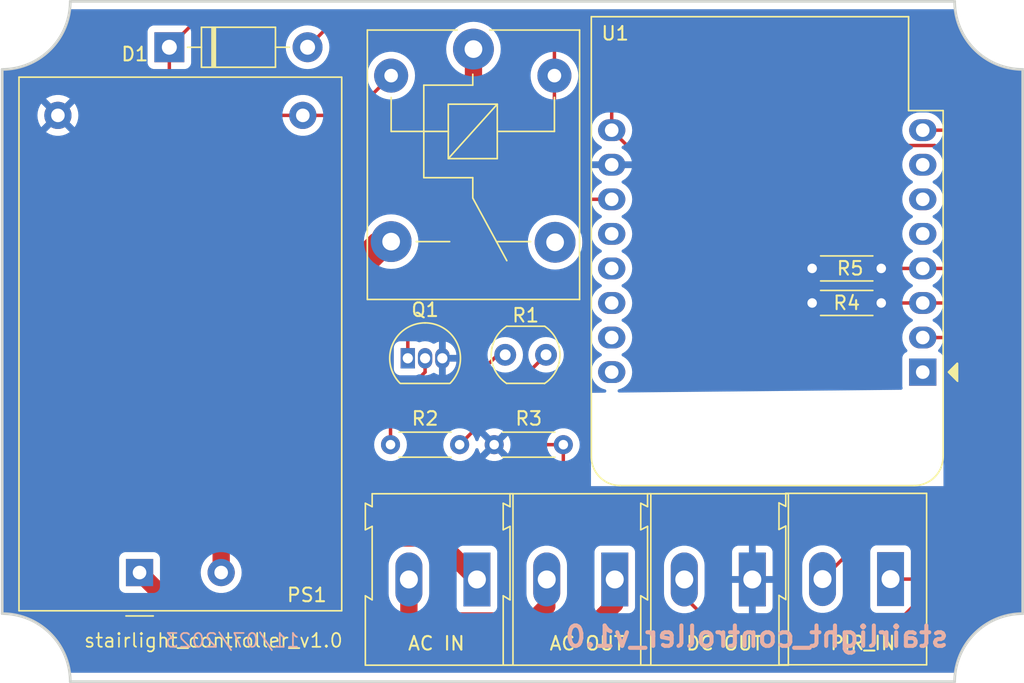
<source format=kicad_pcb>
(kicad_pcb (version 20221018) (generator pcbnew)
  (layers (0 "F.Cu" signal) (31 "B.Cu" signal) (34 "B.Paste" user) (35 "F.Paste" user) (36 "B.SilkS" user "B.Silkscreen") (37 "F.SilkS" user "F.Silkscreen") (38 "B.Mask" user) (39 "F.Mask" user) (44 "Edge.Cuts" user))
  (net 0 "")
  (net 1 "Net-(D1-K)")
  (net 2 "Net-(D1-A)")
  (net 3 "Net-(J1-Pin_1)")
  (net 4 "Net-(J1-Pin_2)")
  (net 5 "Net-(J2-Pin_1)")
  (net 6 "GND")
  (net 7 "Net-(J4-Pin_1)")
  (net 8 "Net-(J4-Pin_2)")
  (net 10 "Net-(Q1-B)")
  (net 11 "Net-(U1-3V3)")
  (net 12 "Net-(U1-A0)")
  (net 13 "Net-(U1-SDA{slash}D2)")
  (footprint "Resistor_THT:R_Axial_DIN0204_L3.6mm_D1.6mm_P5.08mm_Horizontal" (layer "F.Cu") (at 81.026 42.418)
    (fp_text reference "R4" (at 2.54 0) (layer "F.SilkS"))
    (fp_text value "10K")
    (fp_line (start 0.62 -0.92) (end 4.46 -0.92) (stroke (width 0.12)) (layer "F.SilkS"))
    (fp_line (start 0.62 0.92) (end 4.46 0.92) (stroke (width 0.12)) (layer "F.SilkS"))
    (pad "1" thru_hole circle (at 0 0) (size 1.4 1.4) (drill 0.7) (layers "*.Cu" "*.Mask") (net 6 "GND"))
    (pad "2" thru_hole oval (at 5.08 0) (size 1.4 1.4) (drill 0.7) (layers "*.Cu" "*.Mask") (net 8 "Net-(J4-Pin_2)"))
  )
  (footprint "Resistor_THT:R_Axial_DIN0204_L3.6mm_D1.6mm_P5.08mm_Horizontal" (layer "F.Cu") (at 50.038 52.832)
    (fp_text reference "R2" (at 2.54 -1.92) (layer "F.SilkS"))
    (fp_text value "1K")
    (fp_line (start 0.62 -0.92) (end 4.46 -0.92) (stroke (width 0.12)) (layer "F.SilkS"))
    (fp_line (start 0.62 0.92) (end 4.46 0.92) (stroke (width 0.12)) (layer "F.SilkS"))
    (pad "1" thru_hole circle (at 0 0) (size 1.4 1.4) (drill 0.7) (layers "*.Cu" "*.Mask") (net 10 "Net-(Q1-B)"))
    (pad "2" thru_hole oval (at 5.08 0) (size 1.4 1.4) (drill 0.7) (layers "*.Cu" "*.Mask") (net 13 "Net-(U1-SDA{slash}D2)"))
  )
  (footprint "Resistor_THT:R_Axial_DIN0204_L3.6mm_D1.6mm_P5.08mm_Horizontal" (layer "F.Cu") (at 81.026 39.878)
    (fp_text reference "R5" (at 2.794 0) (layer "F.SilkS"))
    (fp_text value "10K")
    (fp_line (start 0.62 -0.92) (end 4.46 -0.92) (stroke (width 0.12)) (layer "F.SilkS"))
    (fp_line (start 0.62 0.92) (end 4.46 0.92) (stroke (width 0.12)) (layer "F.SilkS"))
    (pad "1" thru_hole circle (at 0 0) (size 1.4 1.4) (drill 0.7) (layers "*.Cu" "*.Mask") (net 6 "GND"))
    (pad "2" thru_hole oval (at 5.08 0) (size 1.4 1.4) (drill 0.7) (layers "*.Cu" "*.Mask") (net 7 "Net-(J4-Pin_1)"))
  )
  (footprint "TerminalBlock:TerminalBlock_Altech_AK300-2_P5.00mm" (layer "F.Cu") (at 56.388 62.738 180)
    (fp_text reference "J1" hide)
    (fp_text value "AC IN" (at 2.98 -4.7) (layer "F.SilkS"))
    (fp_line (start -2.65 -6.3) (end -2.65 6.3) (stroke (width 0.12)) (layer "F.SilkS"))
    (fp_line (start -2.65 6.3) (end 7.7 6.3) (stroke (width 0.12)) (layer "F.SilkS"))
    (fp_line (start 7.7 -1.5) (end 8.2 -1.2) (stroke (width 0.12)) (layer "F.SilkS"))
    (fp_line (start 7.7 3.9) (end 7.7 -1.5) (stroke (width 0.12)) (layer "F.SilkS"))
    (fp_line (start 7.7 5.35) (end 8.2 5.6) (stroke (width 0.12)) (layer "F.SilkS"))
    (fp_line (start 7.7 6.3) (end 7.7 5.35) (stroke (width 0.12)) (layer "F.SilkS"))
    (fp_line (start 8.2 -6.3) (end -2.65 -6.3) (stroke (width 0.12)) (layer "F.SilkS"))
    (fp_line (start 8.2 -1.2) (end 8.2 -6.3) (stroke (width 0.12)) (layer "F.SilkS"))
    (fp_line (start 8.2 3.65) (end 7.7 3.9) (stroke (width 0.12)) (layer "F.SilkS"))
    (fp_line (start 8.2 3.7) (end 8.2 3.65) (stroke (width 0.12)) (layer "F.SilkS"))
    (fp_line (start 8.2 5.6) (end 8.2 3.7) (stroke (width 0.12)) (layer "F.SilkS"))
    (pad "1" thru_hole rect (at 0 0 180) (size 1.98 3.96) (drill 1.32) (layers "*.Cu" "*.Mask") (net 3 "Net-(J1-Pin_1)"))
    (pad "2" thru_hole oval (at 5 0 180) (size 1.98 3.96) (drill 1.32) (layers "*.Cu" "*.Mask") (net 4 "Net-(J1-Pin_2)"))
  )
  (footprint "Relay_THT:Relay_SPDT_SANYOU_SRD_Series_Form_C" (layer "F.Cu") (at 56.134 23.758 -90)
    (fp_text reference "K1" hide)
    (fp_text value "Relay")
    (fp_line (start -1.4 -7.8) (end -1.4 -1.2) (stroke (width 0.12)) (layer "F.SilkS"))
    (fp_line (start -1.4 -7.8) (end 18.4 -7.8) (stroke (width 0.12)) (layer "F.SilkS"))
    (fp_line (start -1.4 1.2) (end -1.4 7.8) (stroke (width 0.12)) (layer "F.SilkS"))
    (fp_line (start 2.65 0.05) (end 1.85 0.05) (stroke (width 0.12)) (layer "F.SilkS"))
    (fp_line (start 2.65 0.05) (end 2.65 3.65) (stroke (width 0.12)) (layer "F.SilkS"))
    (fp_line (start 3.55 6.05) (end 6.05 6.05) (stroke (width 0.12)) (layer "F.SilkS"))
    (fp_line (start 4.05 -1.75) (end 8.05 -1.75) (stroke (width 0.12)) (layer "F.SilkS"))
    (fp_line (start 4.05 1.85) (end 4.05 -1.75) (stroke (width 0.12)) (layer "F.SilkS"))
    (fp_line (start 6.05 -5.95) (end 3.55 -5.95) (stroke (width 0.12)) (layer "F.SilkS"))
    (fp_line (start 6.05 -5.95) (end 6.05 -1.75) (stroke (width 0.12)) (layer "F.SilkS"))
    (fp_line (start 6.05 1.85) (end 6.05 6.05) (stroke (width 0.12)) (layer "F.SilkS"))
    (fp_line (start 8.05 -1.75) (end 8.05 1.85) (stroke (width 0.12)) (layer "F.SilkS"))
    (fp_line (start 8.05 1.85) (end 4.05 -1.75) (stroke (width 0.12)) (layer "F.SilkS"))
    (fp_line (start 8.05 1.85) (end 4.05 1.85) (stroke (width 0.12)) (layer "F.SilkS"))
    (fp_line (start 9.45 0.05) (end 9.45 3.65) (stroke (width 0.12)) (layer "F.SilkS"))
    (fp_line (start 9.45 0.05) (end 10.95 0.05) (stroke (width 0.12)) (layer "F.SilkS"))
    (fp_line (start 9.45 3.65) (end 2.65 3.65) (stroke (width 0.12)) (layer "F.SilkS"))
    (fp_line (start 10.95 0.05) (end 15.55 -2.45) (stroke (width 0.12)) (layer "F.SilkS"))
    (fp_line (start 14.15 -4.2) (end 14.15 -1.7) (stroke (width 0.12)) (layer "F.SilkS"))
    (fp_line (start 14.15 4.2) (end 14.15 1.75) (stroke (width 0.12)) (layer "F.SilkS"))
    (fp_line (start 18.4 -7.8) (end 18.4 7.8) (stroke (width 0.12)) (layer "F.SilkS"))
    (fp_line (start 18.4 7.8) (end -1.4 7.8) (stroke (width 0.12)) (layer "F.SilkS"))
    (pad "1" thru_hole circle (at 0 0) (size 3 3) (drill 1.3) (layers "*.Cu" "*.Mask") (net 5 "Net-(J2-Pin_1)"))
    (pad "2" thru_hole circle (at 1.95 6.05) (size 2.5 2.5) (drill 1) (layers "*.Cu" "*.Mask") (net 1 "Net-(D1-K)"))
    (pad "3" thru_hole circle (at 14.15 6.05) (size 3 3) (drill 1.3) (layers "*.Cu" "*.Mask") (net 3 "Net-(J1-Pin_1)"))
    (pad "4" thru_hole circle (at 14.2 -6) (size 3 3) (drill 1.3) (layers "*.Cu" "*.Mask"))
    (pad "5" thru_hole circle (at 1.95 -5.95) (size 2.5 2.5) (drill 1) (layers "*.Cu" "*.Mask") (net 2 "Net-(D1-A)"))
  )
  (footprint "TerminalBlock:TerminalBlock_Altech_AK300-2_P5.00mm" (layer "F.Cu") (at 66.5188 62.738 180)
    (fp_text reference "J2" hide)
    (fp_text value "AC OUT" (at 2.04 -4.7) (layer "F.SilkS"))
    (fp_line (start -2.65 -6.3) (end -2.65 6.3) (stroke (width 0.12)) (layer "F.SilkS"))
    (fp_line (start -2.65 6.3) (end 7.7 6.3) (stroke (width 0.12)) (layer "F.SilkS"))
    (fp_line (start 7.7 -1.5) (end 8.2 -1.2) (stroke (width 0.12)) (layer "F.SilkS"))
    (fp_line (start 7.7 3.9) (end 7.7 -1.5) (stroke (width 0.12)) (layer "F.SilkS"))
    (fp_line (start 7.7 5.35) (end 8.2 5.6) (stroke (width 0.12)) (layer "F.SilkS"))
    (fp_line (start 7.7 6.3) (end 7.7 5.35) (stroke (width 0.12)) (layer "F.SilkS"))
    (fp_line (start 8.2 -6.3) (end -2.65 -6.3) (stroke (width 0.12)) (layer "F.SilkS"))
    (fp_line (start 8.2 -1.2) (end 8.2 -6.3) (stroke (width 0.12)) (layer "F.SilkS"))
    (fp_line (start 8.2 3.65) (end 7.7 3.9) (stroke (width 0.12)) (layer "F.SilkS"))
    (fp_line (start 8.2 3.7) (end 8.2 3.65) (stroke (width 0.12)) (layer "F.SilkS"))
    (fp_line (start 8.2 5.6) (end 8.2 3.7) (stroke (width 0.12)) (layer "F.SilkS"))
    (pad "1" thru_hole rect (at 0 0 180) (size 1.98 3.96) (drill 1.32) (layers "*.Cu" "*.Mask") (net 5 "Net-(J2-Pin_1)"))
    (pad "2" thru_hole oval (at 5 0 180) (size 1.98 3.96) (drill 1.32) (layers "*.Cu" "*.Mask") (net 4 "Net-(J1-Pin_2)"))
  )
  (footprint "Converter_ACDC:Converter_ACDC_HiLink_HLK-5Mxx" (layer "F.Cu") (at 31.592 62.23 90)
    (fp_text reference "PS1" (at -1.6509 12.2964) (layer "F.SilkS"))
    (fp_text value "HLK-5M05")
    (fp_line (start -3.19 -1) (end -3.19 1.01) (stroke (width 0.12)) (layer "F.SilkS"))
    (fp_line (start -2.81 -8.86) (end -2.81 14.86) (stroke (width 0.12)) (layer "F.SilkS"))
    (fp_line (start -2.8 14.86) (end 36.41 14.86) (stroke (width 0.12)) (layer "F.SilkS"))
    (fp_line (start 36.41 -8.86) (end -2.8 -8.86) (stroke (width 0.12)) (layer "F.SilkS"))
    (fp_line (start 36.41 14.86) (end 36.41 -8.86) (stroke (width 0.12)) (layer "F.SilkS"))
    (pad "1" thru_hole rect (at 0 0 90) (size 2 2) (drill 1) (layers "*.Cu" "*.Mask") (net 4 "Net-(J1-Pin_2)"))
    (pad "2" thru_hole circle (at 0 6 90) (size 2 2) (drill 1) (layers "*.Cu" "*.Mask") (net 3 "Net-(J1-Pin_1)"))
    (pad "3" thru_hole circle (at 33.6 -6 90) (size 2 2) (drill 1) (layers "*.Cu" "*.Mask") (net 6 "GND"))
    (pad "4" thru_hole circle (at 33.6 12 90) (size 2 2) (drill 1) (layers "*.Cu" "*.Mask") (net 1 "Net-(D1-K)"))
  )
  (footprint "Diode_THT:D_DO-41_SOD81_P10.16mm_Horizontal" (layer "F.Cu") (at 33.782 23.622)
    (fp_text reference "D1" (at -2.54 0.508) (layer "F.SilkS"))
    (fp_text value "1N4007")
    (fp_line (start 1.34 0) (end 2.36 0) (stroke (width 0.12)) (layer "F.SilkS"))
    (fp_line (start 2.36 -1.47) (end 2.36 1.47) (stroke (width 0.12)) (layer "F.SilkS"))
    (fp_line (start 2.36 1.47) (end 7.8 1.47) (stroke (width 0.12)) (layer "F.SilkS"))
    (fp_line (start 3.14 -1.47) (end 3.14 1.47) (stroke (width 0.12)) (layer "F.SilkS"))
    (fp_line (start 3.26 -1.47) (end 3.26 1.47) (stroke (width 0.12)) (layer "F.SilkS"))
    (fp_line (start 3.38 -1.47) (end 3.38 1.47) (stroke (width 0.12)) (layer "F.SilkS"))
    (fp_line (start 7.8 -1.47) (end 2.36 -1.47) (stroke (width 0.12)) (layer "F.SilkS"))
    (fp_line (start 7.8 1.47) (end 7.8 -1.47) (stroke (width 0.12)) (layer "F.SilkS"))
    (fp_line (start 8.82 0) (end 7.8 0) (stroke (width 0.12)) (layer "F.SilkS"))
    (pad "1" thru_hole rect (at 0 0) (size 2.2 2.2) (drill 1.1) (layers "*.Cu" "*.Mask") (net 1 "Net-(D1-K)"))
    (pad "2" thru_hole oval (at 10.16 0) (size 2.2 2.2) (drill 1.1) (layers "*.Cu" "*.Mask") (net 2 "Net-(D1-A)"))
  )
  (footprint "TerminalBlock:TerminalBlock_Altech_AK300-2_P5.00mm" (layer "F.Cu") (at 86.788 62.7126 180)
    (fp_text reference "J4" hide)
    (fp_text value "PIR_IN" (at 2.04 -4.7) (layer "F.SilkS"))
    (fp_line (start -2.65 -6.3) (end -2.65 6.3) (stroke (width 0.12)) (layer "F.SilkS"))
    (fp_line (start -2.65 6.3) (end 7.7 6.3) (stroke (width 0.12)) (layer "F.SilkS"))
    (fp_line (start 7.7 -1.5) (end 8.2 -1.2) (stroke (width 0.12)) (layer "F.SilkS"))
    (fp_line (start 7.7 3.9) (end 7.7 -1.5) (stroke (width 0.12)) (layer "F.SilkS"))
    (fp_line (start 7.7 5.35) (end 8.2 5.6) (stroke (width 0.12)) (layer "F.SilkS"))
    (fp_line (start 7.7 6.3) (end 7.7 5.35) (stroke (width 0.12)) (layer "F.SilkS"))
    (fp_line (start 8.2 -6.3) (end -2.65 -6.3) (stroke (width 0.12)) (layer "F.SilkS"))
    (fp_line (start 8.2 -1.2) (end 8.2 -6.3) (stroke (width 0.12)) (layer "F.SilkS"))
    (fp_line (start 8.2 3.65) (end 7.7 3.9) (stroke (width 0.12)) (layer "F.SilkS"))
    (fp_line (start 8.2 3.7) (end 8.2 3.65) (stroke (width 0.12)) (layer "F.SilkS"))
    (fp_line (start 8.2 5.6) (end 8.2 3.7) (stroke (width 0.12)) (layer "F.SilkS"))
    (pad "1" thru_hole rect (at 0 0 180) (size 1.98 3.96) (drill 1.32) (layers "*.Cu" "*.Mask") (net 7 "Net-(J4-Pin_1)"))
    (pad "2" thru_hole oval (at 5 0 180) (size 1.98 3.96) (drill 1.32) (layers "*.Cu" "*.Mask") (net 8 "Net-(J4-Pin_2)"))
  )
  (footprint "Resistor_THT:R_Axial_DIN0204_L3.6mm_D1.6mm_P5.08mm_Horizontal" (layer "F.Cu") (at 57.658 52.832)
    (fp_text reference "R3" (at 2.54 -1.92) (layer "F.SilkS"))
    (fp_text value "1K")
    (fp_line (start 0.62 -0.92) (end 4.46 -0.92) (stroke (width 0.12)) (layer "F.SilkS"))
    (fp_line (start 0.62 0.92) (end 4.46 0.92) (stroke (width 0.12)) (layer "F.SilkS"))
    (pad "1" thru_hole circle (at 0 0) (size 1.4 1.4) (drill 0.7) (layers "*.Cu" "*.Mask") (net 6 "GND"))
    (pad "2" thru_hole oval (at 5.08 0) (size 1.4 1.4) (drill 0.7) (layers "*.Cu" "*.Mask") (net 12 "Net-(U1-A0)"))
  )
  (footprint "Package_TO_SOT_THT:TO-92_Inline" (layer "F.Cu") (at 51.308 46.482)
    (fp_text reference "Q1" (at 1.27 -3.56) (layer "F.SilkS"))
    (fp_text value "BC547")
    (fp_line (start -0.53 1.85) (end 3.07 1.85) (stroke (width 0.12)) (layer "F.SilkS"))
    (fp_arc (start -0.568478 1.838478) (mid -1.132087 -0.994977) (end 1.27 -2.6) (stroke (width 0.12)) (layer "F.SilkS"))
    (fp_arc (start 1.27 -2.6) (mid 3.672087 -0.994977) (end 3.108478 1.838478) (stroke (width 0.12)) (layer "F.SilkS"))
    (pad "1" thru_hole rect (at 0 0) (size 1.05 1.5) (drill 0.75) (layers "*.Cu" "*.Mask") (net 2 "Net-(D1-A)"))
    (pad "2" thru_hole oval (at 1.27 0) (size 1.05 1.5) (drill 0.75) (layers "*.Cu" "*.Mask") (net 10 "Net-(Q1-B)"))
    (pad "3" thru_hole oval (at 2.54 0) (size 1.05 1.5) (drill 0.75) (layers "*.Cu" "*.Mask") (net 6 "GND"))
  )
  (footprint "TerminalBlock:TerminalBlock_Altech_AK300-2_P5.00mm" (layer "F.Cu") (at 76.6282 62.738 180)
    (fp_text reference "J3" hide)
    (fp_text value "DC OUT" (at 2.04 -4.7) (layer "F.SilkS"))
    (fp_line (start -2.65 -6.3) (end -2.65 6.3) (stroke (width 0.12)) (layer "F.SilkS"))
    (fp_line (start -2.65 6.3) (end 7.7 6.3) (stroke (width 0.12)) (layer "F.SilkS"))
    (fp_line (start 7.7 -1.5) (end 8.2 -1.2) (stroke (width 0.12)) (layer "F.SilkS"))
    (fp_line (start 7.7 3.9) (end 7.7 -1.5) (stroke (width 0.12)) (layer "F.SilkS"))
    (fp_line (start 7.7 5.35) (end 8.2 5.6) (stroke (width 0.12)) (layer "F.SilkS"))
    (fp_line (start 7.7 6.3) (end 7.7 5.35) (stroke (width 0.12)) (layer "F.SilkS"))
    (fp_line (start 8.2 -6.3) (end -2.65 -6.3) (stroke (width 0.12)) (layer "F.SilkS"))
    (fp_line (start 8.2 -1.2) (end 8.2 -6.3) (stroke (width 0.12)) (layer "F.SilkS"))
    (fp_line (start 8.2 3.65) (end 7.7 3.9) (stroke (width 0.12)) (layer "F.SilkS"))
    (fp_line (start 8.2 3.7) (end 8.2 3.65) (stroke (width 0.12)) (layer "F.SilkS"))
    (fp_line (start 8.2 5.6) (end 8.2 3.7) (stroke (width 0.12)) (layer "F.SilkS"))
    (pad "1" thru_hole rect (at 0 0 180) (size 1.98 3.96) (drill 1.32) (layers "*.Cu" "*.Mask") (net 6 "GND"))
    (pad "2" thru_hole oval (at 5 0 180) (size 1.98 3.96) (drill 1.32) (layers "*.Cu" "*.Mask") (net 1 "Net-(D1-K)"))
  )
  (footprint "OptoDevice:R_LDR_5.0x4.1mm_P3mm_Vertical" (layer "F.Cu") (at 58.468 46.228)
    (fp_text reference "R1" (at 1.5 -2.9) (layer "F.SilkS"))
    (fp_text value "LDR03")
    (fp_line (start 0.1 -2.1) (end 2.9 -2.1) (stroke (width 0.12)) (layer "F.SilkS"))
    (fp_line (start 0.1 2.1) (end 2.9 2.1) (stroke (width 0.12)) (layer "F.SilkS"))
    (fp_arc (start 0.1 2.1) (mid -1.023872 -0.008372) (end 0.113963 -2.109242) (stroke (width 0.12)) (layer "F.SilkS"))
    (fp_arc (start 2.9 -2.1) (mid 4.023872 0.008372) (end 2.886037 2.109242) (stroke (width 0.12)) (layer "F.SilkS"))
    (pad "1" thru_hole circle (at 0 0) (size 1.6 1.6) (drill 0.8) (layers "*.Cu" "*.Mask") (net 11 "Net-(U1-3V3)"))
    (pad "2" thru_hole circle (at 3 0) (size 1.6 1.6) (drill 0.8) (layers "*.Cu" "*.Mask") (net 12 "Net-(U1-A0)"))
  )
  (footprint "Module:WEMOS_D1_mini_light" (layer "F.Cu") (at 89.154 47.498 180)
    (fp_text reference "U1" (at 22.606 24.892) (layer "F.SilkS"))
    (fp_text value "WeMos_D1_mini")
    (fp_line (start -1.5 19.22) (end -1.5 -6.21) (stroke (width 0.12)) (layer "F.SilkS"))
    (fp_line (start -1.5 19.22) (end 1.04 19.22) (stroke (width 0.12)) (layer "F.SilkS"))
    (fp_line (start 1.04 19.22) (end 1.04 26.12) (stroke (width 0.12)) (layer "F.SilkS"))
    (fp_line (start 1.04 26.12) (end 24.36 26.12) (stroke (width 0.12)) (layer "F.SilkS"))
    (fp_line (start 22.24 -8.34) (end 0.63 -8.34) (stroke (width 0.12)) (layer "F.SilkS"))
    (fp_line (start 24.36 26.12) (end 24.36 -6.21) (stroke (width 0.12)) (layer "F.SilkS"))
    (fp_arc (start -1.5 -6.21) (mid -0.876137 -7.716137) (end 0.63 -8.34) (stroke (width 0.12)) (layer "F.SilkS"))
    (fp_arc (start 22.23 -8.34) (mid 23.736137 -7.716137) (end 24.36 -6.21) (stroke (width 0.12)) (layer "F.SilkS"))
    (fp_poly (pts (xy -2.54 -0.635) (xy -2.54 0.635) (xy -1.905 0)) (stroke (width 0.15)) (fill solid) (layer "F.SilkS"))
    (pad "1" thru_hole rect (at 0 0 180) (size 2 2) (drill 1) (layers "*.Cu" "*.Mask"))
    (pad "2" thru_hole oval (at 0 2.54 180) (size 2 1.6) (drill 1) (layers "*.Cu" "*.Mask") (net 12 "Net-(U1-A0)"))
    (pad "3" thru_hole oval (at 0 5.08 180) (size 2 1.6) (drill 1) (layers "*.Cu" "*.Mask") (net 8 "Net-(J4-Pin_2)"))
    (pad "4" thru_hole oval (at 0 7.62 180) (size 2 1.6) (drill 1) (layers "*.Cu" "*.Mask") (net 7 "Net-(J4-Pin_1)"))
    (pad "5" thru_hole oval (at 0 10.16 180) (size 2 1.6) (drill 1) (layers "*.Cu" "*.Mask"))
    (pad "6" thru_hole oval (at 0 12.7 180) (size 2 1.6) (drill 1) (layers "*.Cu" "*.Mask"))
    (pad "7" thru_hole oval (at 0 15.24 180) (size 2 1.6) (drill 1) (layers "*.Cu" "*.Mask"))
    (pad "8" thru_hole oval (at 0 17.78 180) (size 2 1.6) (drill 1) (layers "*.Cu" "*.Mask") (net 11 "Net-(U1-3V3)"))
    (pad "9" thru_hole oval (at 22.86 17.78 180) (size 2 1.6) (drill 1) (layers "*.Cu" "*.Mask") (net 1 "Net-(D1-K)"))
    (pad "10" thru_hole oval (at 22.86 15.24 180) (size 2 1.6) (drill 1) (layers "*.Cu" "*.Mask") (net 6 "GND"))
    (pad "11" thru_hole oval (at 22.86 12.7 180) (size 2 1.6) (drill 1) (layers "*.Cu" "*.Mask"))
    (pad "12" thru_hole oval (at 22.86 10.16 180) (size 2 1.6) (drill 1) (layers "*.Cu" "*.Mask"))
    (pad "13" thru_hole oval (at 22.86 7.62 180) (size 2 1.6) (drill 1) (layers "*.Cu" "*.Mask") (net 13 "Net-(U1-SDA{slash}D2)"))
    (pad "14" thru_hole oval (at 22.86 5.08 180) (size 2 1.6) (drill 1) (layers "*.Cu" "*.Mask"))
    (pad "15" thru_hole oval (at 22.86 2.54 180) (size 2 1.6) (drill 1) (layers "*.Cu" "*.Mask"))
    (pad "16" thru_hole oval (at 22.86 0 180) (size 2 1.6) (drill 1) (layers "*.Cu" "*.Mask"))
  )
  (gr_arc locked (start 91.5 70.25) (mid 92.964466 66.714467) (end 96.5 65.25) (stroke (width 0.2)) (layer "Edge.Cuts"))
  (gr_line locked (start 26.5 20.25) (end 91.5 20.25) (stroke (width 0.2)) (layer "Edge.Cuts"))
  (gr_arc locked (start 96.5 25.25) (mid 92.964466 23.785534) (end 91.5 20.25) (stroke (width 0.2)) (layer "Edge.Cuts"))
  (gr_line locked (start 96.5 25.25) (end 96.5 65.25) (stroke (width 0.2)) (layer "Edge.Cuts"))
  (gr_arc locked (start 26.5 20.25) (mid 25.035534 23.785534) (end 21.5 25.25) (stroke (width 0.2)) (layer "Edge.Cuts"))
  (gr_arc locked (start 21.5 65.25) (mid 25.035534 66.714466) (end 26.5 70.25) (stroke (width 0.2)) (layer "Edge.Cuts"))
  (gr_line locked (start 91.5 70.25) (end 26.5 70.25) (stroke (width 0.2)) (layer "Edge.Cuts"))
  (gr_line locked (start 21.5 65.25) (end 21.5 25.25) (stroke (width 0.2)) (layer "Edge.Cuts"))
  (gr_text "stairlight_controller_v1.0" (at 91.186 67.818) (layer "B.SilkS") (effects (font (size 1.5 1.5) (thickness 0.3) bold) (justify left bottom mirror)))
  (gr_text "11/07/2023\n" (at 43.434 67.818) (layer "B.SilkS") (effects (font (size 1.016 1.016) (thickness 0.127)) (justify left bottom mirror)))
  (gr_text "stairlight_controller_v1.0" (at 27.432 67.818) (layer "F.SilkS") (effects (font (size 1.016 1.016) (thickness 0.127)) (justify left bottom)))
  (segment (start 64.77 34.798) (end 66.294 34.798) (width 0.254) (layer "F.Cu") (net 0))
  (segment (start 62.484 50.292) (end 64.262 48.514) (width 0.254) (layer "F.Cu") (net 0))
  (segment (start 64.262 35.306) (end 64.77 34.798) (width 0.254) (layer "F.Cu") (net 0))
  (segment (start 55.118 52.832) (end 57.658 50.292) (width 0.254) (layer "F.Cu") (net 0))
  (segment (start 64.262 48.514) (end 64.262 35.306) (width 0.254) (layer "F.Cu") (net 0))
  (segment (start 57.658 50.292) (end 62.484 50.292) (width 0.254) (layer "F.Cu") (net 0))
  (segment (start 93.98 34.798) (end 90.027 30.845) (width 0.254) (layer "F.Cu") (net 1))
  (segment (start 43.592 28.63) (end 47.162 28.63) (width 0.254) (layer "F.Cu") (net 1))
  (segment (start 73.914 66.294) (end 86.868 66.294) (width 0.254) (layer "F.Cu") (net 1))
  (segment (start 67.421 30.845) (end 66.294 29.718) (width 0.254) (layer "F.Cu") (net 1))
  (segment (start 71.6282 62.738) (end 71.6282 64.0082) (width 0.254) (layer "F.Cu") (net 1))
  (segment (start 35.234 28.63) (end 33.782 27.178) (width 0.254) (layer "F.Cu") (net 1))
  (segment (start 33.782 23.622) (end 36.322 21.082) (width 0.254) (layer "F.Cu") (net 1))
  (segment (start 36.322 21.082) (end 61.722 21.082) (width 0.254) (layer "F.Cu") (net 1))
  (segment (start 61.722 21.082) (end 66.294 25.654) (width 0.254) (layer "F.Cu") (net 1))
  (segment (start 43.592 28.63) (end 35.234 28.63) (width 0.254) (layer "F.Cu") (net 1))
  (segment (start 90.027 30.845) (end 67.421 30.845) (width 0.254) (layer "F.Cu") (net 1))
  (segment (start 93.98 59.182) (end 93.98 34.798) (width 0.254) (layer "F.Cu") (net 1))
  (segment (start 47.162 28.63) (end 50.084 25.708) (width 0.254) (layer "F.Cu") (net 1))
  (segment (start 71.6282 64.0082) (end 73.914 66.294) (width 0.254) (layer "F.Cu") (net 1))
  (segment (start 66.294 25.654) (end 66.294 29.718) (width 0.254) (layer "F.Cu") (net 1))
  (segment (start 33.782 27.178) (end 33.782 23.622) (width 0.254) (layer "F.Cu") (net 1))
  (segment (start 86.868 66.294) (end 93.98 59.182) (width 0.254) (layer "F.Cu") (net 1))
  (segment (start 62.084 25.708) (end 62.084 33.674) (width 0.254) (layer "F.Cu") (net 2))
  (segment (start 60.706 21.59) (end 45.974 21.59) (width 0.254) (layer "F.Cu") (net 2))
  (segment (start 62.084 22.968) (end 60.706 21.59) (width 0.254) (layer "F.Cu") (net 2))
  (segment (start 51.308 44.45) (end 51.308 46.482) (width 0.254) (layer "F.Cu") (net 2))
  (segment (start 62.084 25.708) (end 62.084 22.968) (width 0.254) (layer "F.Cu") (net 2))
  (segment (start 45.974 21.59) (end 43.942 23.622) (width 0.254) (layer "F.Cu") (net 2))
  (segment (start 62.084 33.674) (end 51.308 44.45) (width 0.254) (layer "F.Cu") (net 2))
  (segment (start 44.704 42.164) (end 48.96 37.908) (width 1.27) (layer "F.Cu") (net 3))
  (segment (start 48.514 39.478) (end 50.084 37.908) (width 1.27) (layer "F.Cu") (net 3))
  (segment (start 44.704 52.324) (end 44.704 42.164) (width 1.27) (layer "F.Cu") (net 3))
  (segment (start 46.99 58.42) (end 46.99 42.164) (width 1.27) (layer "F.Cu") (net 3))
  (segment (start 56.388 62.738) (end 53.34 59.69) (width 1.27) (layer "F.Cu") (net 3))
  (segment (start 46.99 42.164) (end 48.514 40.64) (width 1.27) (layer "F.Cu") (net 3))
  (segment (start 48.26 59.69) (end 46.99 58.42) (width 1.27) (layer "F.Cu") (net 3))
  (segment (start 48.514 40.64) (end 48.514 39.478) (width 1.27) (layer "F.Cu") (net 3))
  (segment (start 37.592 59.436) (end 37.592 62.23) (width 1.27) (layer "F.Cu") (net 3))
  (segment (start 48.96 37.908) (end 50.084 37.908) (width 1.27) (layer "F.Cu") (net 3))
  (segment (start 53.34 59.69) (end 48.26 59.69) (width 1.27) (layer "F.Cu") (net 3))
  (segment (start 37.592 59.436) (end 44.704 52.324) (width 1.27) (layer "F.Cu") (net 3))
  (segment (start 35.148 65.786) (end 31.592 62.23) (width 1.27) (layer "F.Cu") (net 4))
  (segment (start 61.5188 64.7192) (end 61.5188 62.738) (width 1.27) (layer "F.Cu") (net 4))
  (segment (start 60.452 65.786) (end 61.5188 64.7192) (width 1.27) (layer "F.Cu") (net 4))
  (segment (start 51.054 65.786) (end 35.148 65.786) (width 1.27) (layer "F.Cu") (net 4))
  (segment (start 51.054 65.786) (end 60.452 65.786) (width 1.27) (layer "F.Cu") (net 4))
  (segment (start 51.388 65.452) (end 51.054 65.786) (width 1.27) (layer "F.Cu") (net 4))
  (segment (start 51.388 62.738) (end 51.388 65.452) (width 1.27) (layer "F.Cu") (net 4))
  (segment (start 63.246 67.818) (end 66.5188 64.5452) (width 1.27) (layer "F.Cu") (net 5))
  (segment (start 32.004 57.404) (end 28.702 60.706) (width 1.27) (layer "F.Cu") (net 5))
  (segment (start 56.134 27.432) (end 42.926 40.64) (width 1.27) (layer "F.Cu") (net 5))
  (segment (start 28.702 60.706) (end 28.702 65.278) (width 1.27) (layer "F.Cu") (net 5))
  (segment (start 56.134 23.758) (end 56.134 27.432) (width 1.27) (layer "F.Cu") (net 5))
  (segment (start 42.926 40.64) (end 42.926 51.054) (width 1.27) (layer "F.Cu") (net 5))
  (segment (start 42.926 51.054) (end 36.576 57.404) (width 1.27) (layer "F.Cu") (net 5))
  (segment (start 66.5188 64.5452) (end 66.5188 62.738) (width 1.27) (layer "F.Cu") (net 5))
  (segment (start 31.242 67.818) (end 63.246 67.818) (width 1.27) (layer "F.Cu") (net 5))
  (segment (start 36.576 57.404) (end 32.004 57.404) (width 1.27) (layer "F.Cu") (net 5))
  (segment (start 28.702 65.278) (end 31.242 67.818) (width 1.27) (layer "F.Cu") (net 5))
  (segment (start 81.026 35.052) (end 81.026 39.878) (width 0.254) (layer "F.Cu") (net 6))
  (segment (start 78.232 32.258) (end 81.026 35.052) (width 0.254) (layer "F.Cu") (net 6))
  (segment (start 66.294 32.258) (end 78.232 32.258) (width 0.254) (layer "F.Cu") (net 6))
  (segment (start 81.026 39.878) (end 81.026 42.418) (width 0.254) (layer "F.Cu") (net 6))
  (segment (start 93.218 40.894) (end 93.218 58.674) (width 0.254) (layer "F.Cu") (net 7))
  (segment (start 89.1794 62.7126) (end 86.788 62.7126) (width 0.254) (layer "F.Cu") (net 7))
  (segment (start 86.106 39.878) (end 89.154 39.878) (width 0.254) (layer "F.Cu") (net 7))
  (segment (start 93.218 58.674) (end 89.1794 62.7126) (width 0.254) (layer "F.Cu") (net 7))
  (segment (start 89.154 39.878) (end 92.202 39.878) (width 0.254) (layer "F.Cu") (net 7))
  (segment (start 92.202 39.878) (end 93.218 40.894) (width 0.254) (layer "F.Cu") (net 7))
  (segment (start 81.788 62.7126) (end 84.5566 59.944) (width 0.254) (layer "F.Cu") (net 8))
  (segment (start 92.456 58.166) (end 92.456 43.18) (width 0.254) (layer "F.Cu") (net 8))
  (segment (start 92.456 43.18) (end 91.694 42.418) (width 0.254) (layer "F.Cu") (net 8))
  (segment (start 90.678 59.944) (end 92.456 58.166) (width 0.254) (layer "F.Cu") (net 8))
  (segment (start 86.106 42.418) (end 89.154 42.418) (width 0.254) (layer "F.Cu") (net 8))
  (segment (start 91.694 42.418) (end 89.154 42.418) (width 0.254) (layer "F.Cu") (net 8))
  (segment (start 84.5566 59.944) (end 90.678 59.944) (width 0.254) (layer "F.Cu") (net 8))
  (segment (start 52.578 47.498) (end 50.038 50.038) (width 0.254) (layer "F.Cu") (net 10))
  (segment (start 52.578 46.482) (end 52.578 47.498) (width 0.254) (layer "F.Cu") (net 10))
  (segment (start 50.038 50.038) (end 50.038 52.832) (width 0.254) (layer "F.Cu") (net 10))
  (segment (start 68.834 60.706) (end 65.532 57.404) (width 0.254) (layer "F.Cu") (net 11))
  (segment (start 94.996 59.436) (end 87.122 67.31) (width 0.254) (layer "F.Cu") (net 11))
  (segment (start 89.154 29.718) (end 91.44 29.718) (width 0.254) (layer "F.Cu") (net 11))
  (segment (start 52.832 54.61) (end 52.832 51.308) (width 0.254) (layer "F.Cu") (net 11))
  (segment (start 87.122 67.31) (end 70.612 67.31) (width 0.254) (layer "F.Cu") (net 11))
  (segment (start 94.996 33.274) (end 94.996 59.436) (width 0.254) (layer "F.Cu") (net 11))
  (segment (start 65.532 57.404) (end 55.626 57.404) (width 0.254) (layer "F.Cu") (net 11))
  (segment (start 91.44 29.718) (end 94.996 33.274) (width 0.254) (layer "F.Cu") (net 11))
  (segment (start 70.612 67.31) (end 68.834 65.532) (width 0.254) (layer "F.Cu") (net 11))
  (segment (start 52.832 51.308) (end 57.912 46.228) (width 0.254) (layer "F.Cu") (net 11))
  (segment (start 57.912 46.228) (end 58.468 46.228) (width 0.254) (layer "F.Cu") (net 11))
  (segment (start 55.626 57.404) (end 52.832 54.61) (width 0.254) (layer "F.Cu") (net 11))
  (segment (start 68.834 65.532) (end 68.834 60.706) (width 0.254) (layer "F.Cu") (net 11))
  (segment (start 62.738 55.626) (end 62.738 52.832) (width 0.254) (layer "F.Cu") (net 12))
  (segment (start 91.694 57.404) (end 89.916 59.182) (width 0.254) (layer "F.Cu") (net 12))
  (segment (start 89.154 44.958) (end 90.678 44.958) (width 0.254) (layer "F.Cu") (net 12))
  (segment (start 68.834 59.182) (end 66.294 56.642) (width 0.254) (layer "F.Cu") (net 12))
  (segment (start 54.864 55.372) (end 58.42 55.372) (width 0.254) (layer "F.Cu") (net 12))
  (segment (start 53.594 54.102) (end 54.864 55.372) (width 0.254) (layer "F.Cu") (net 12))
  (segment (start 53.594 51.816) (end 53.594 54.102) (width 0.254) (layer "F.Cu") (net 12))
  (segment (start 60.96 52.832) (end 62.738 52.832) (width 0.254) (layer "F.Cu") (net 12))
  (segment (start 56.642 48.768) (end 53.594 51.816) (width 0.254) (layer "F.Cu") (net 12))
  (segment (start 58.42 55.372) (end 60.96 52.832) (width 0.254) (layer "F.Cu") (net 12))
  (segment (start 66.294 56.642) (end 63.754 56.642) (width 0.254) (layer "F.Cu") (net 12))
  (segment (start 61.468 46.228) (end 58.928 48.768) (width 0.254) (layer "F.Cu") (net 12))
  (segment (start 58.928 48.768) (end 56.642 48.768) (width 0.254) (layer "F.Cu") (net 12))
  (segment (start 91.694 45.974) (end 91.694 57.404) (width 0.254) (layer "F.Cu") (net 12))
  (segment (start 63.754 56.642) (end 62.738 55.626) (width 0.254) (layer "F.Cu") (net 12))
  (segment (start 90.678 44.958) (end 91.694 45.974) (width 0.254) (layer "F.Cu") (net 12))
  (segment (start 89.916 59.182) (end 68.834 59.182) (width 0.254) (layer "F.Cu") (net 12))
  (zone locked (net 0) (net_name "") (layers "F&B.Cu") (name "Antenna") (connect_pads (clearance 0)) (min_thickness 0.25)
    (keepout (tracks not_allowed) (vias not_allowed) (pads not_allowed) (copperpour not_allowed) (footprints allowed))
    (fill (thermal_gap 0.5) (thermal_bridge_width 0.5))
    (polygon (pts (xy 64.77 49.022) (xy 90.678 48.768) (xy 90.678 55.88) (xy 64.77 55.88)))
  )
  (zone (net 6) (net_name "GND") (layer "B.Cu") (connect_pads (clearance 0.5)) (min_thickness 0.25) (fill yes (thermal_gap 0.5) (thermal_bridge_width 0.5))
    (polygon (pts (xy 26.416 20.828) (xy 91.694 20.828) (xy 96.52 25.146) (xy 96.52 65.278) (xy 91.948 69.596) (xy 26.416 69.596) (xy 21.336 65.278) (xy 21.336 25.146)))
  )
)
</source>
